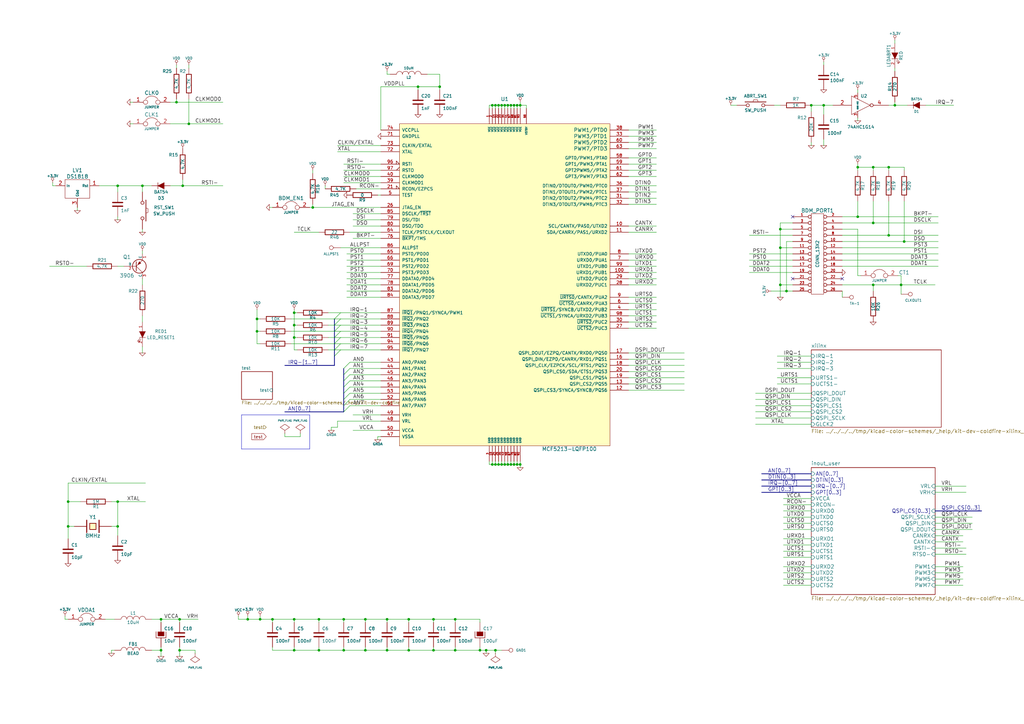
<source format=kicad_sch>
(kicad_sch (version 20230121) (generator eeschema)
  (paper "A3")
  (title_block (title "Dev kit coldfire 5213") (date "Sun 22 Mar 2015") (rev "0"))
  (junction (at 370.84 99.06))
  (junction (at 167.64 266.7))
  (junction (at 208.28 190.5))
  (junction (at 322.58 119.38))
  (junction (at 27.94 205.74))
  (junction (at 209.55 190.5))
  (junction (at 201.93 43.18))
  (junction (at 332.74 43.18))
  (junction (at 120.65 138.43))
  (junction (at 209.55 43.18))
  (junction (at 167.64 254))
  (junction (at 48.26 76.2))
  (junction (at 364.49 68.58))
  (junction (at 27.94 215.9))
  (junction (at 358.14 91.44))
  (junction (at 58.42 76.2))
  (junction (at 212.09 190.5))
  (junction (at 128.27 85.09))
  (junction (at 351.79 88.9))
  (junction (at 369.57 116.84))
  (junction (at 203.2 43.18))
  (junction (at 149.86 254))
  (junction (at 208.28 43.18))
  (junction (at 358.14 68.58))
  (junction (at 212.09 43.18))
  (junction (at 72.39 41.91))
  (junction (at 66.04 254))
  (junction (at 205.74 43.18))
  (junction (at 177.8 266.7))
  (junction (at 48.26 215.9))
  (junction (at 204.47 190.5))
  (junction (at 210.82 43.18))
  (junction (at 367.03 43.18))
  (junction (at 130.81 266.7))
  (junction (at 199.39 266.7))
  (junction (at 207.01 43.18))
  (junction (at 105.41 130.81))
  (junction (at 205.74 190.5))
  (junction (at 48.26 205.74))
  (junction (at 120.65 133.35))
  (junction (at 213.36 43.18))
  (junction (at 213.36 190.5))
  (junction (at 201.93 190.5))
  (junction (at 74.93 76.2))
  (junction (at 320.04 101.6))
  (junction (at 203.2 266.7))
  (junction (at 207.01 190.5))
  (junction (at 203.2 190.5))
  (junction (at 77.47 50.8))
  (junction (at 101.6 254))
  (junction (at 140.97 266.7))
  (junction (at 120.65 128.27))
  (junction (at 140.97 254))
  (junction (at 73.66 266.7))
  (junction (at 186.69 266.7))
  (junction (at 66.04 266.7))
  (junction (at 180.34 35.56))
  (junction (at 351.79 68.58))
  (junction (at 111.76 254))
  (junction (at 171.45 35.56))
  (junction (at 149.86 266.7))
  (junction (at 106.68 254))
  (junction (at 358.14 116.84))
  (junction (at 130.81 254))
  (junction (at 105.41 135.89))
  (junction (at 337.82 43.18))
  (junction (at 320.04 93.98))
  (junction (at 120.65 254))
  (junction (at 186.69 254))
  (junction (at 196.85 266.7))
  (junction (at 73.66 254))
  (junction (at 204.47 43.18))
  (junction (at 210.82 190.5))
  (junction (at 120.65 266.7))
  (junction (at 158.75 254))
  (junction (at 320.04 116.84))
  (junction (at 177.8 254))
  (junction (at 364.49 96.52))
  (junction (at 158.75 266.7))
  (no_connect (at 345.44 114.3))
  (no_connect (at 325.12 88.9))
  (no_connect (at 325.12 114.3))
  (bus_entry (at 140.97 156.21) (size 2.54 -2.54))
  (bus_entry (at 140.97 166.37) (size 2.54 -2.54))
  (bus_entry (at 137.16 140.97) (size 2.54 -2.54))
  (bus_entry (at 140.97 161.29) (size 2.54 -2.54))
  (bus_entry (at 140.97 163.83) (size 2.54 -2.54))
  (bus_entry (at 137.16 130.81) (size 2.54 -2.54))
  (bus_entry (at 140.97 151.13) (size 2.54 -2.54))
  (bus_entry (at 137.16 133.35) (size 2.54 -2.54))
  (bus_entry (at 137.16 143.51) (size 2.54 -2.54))
  (bus_entry (at 137.16 138.43) (size 2.54 -2.54))
  (bus_entry (at 140.97 158.75) (size 2.54 -2.54))
  (bus_entry (at 140.97 168.91) (size 2.54 -2.54))
  (bus_entry (at 140.97 153.67) (size 2.54 -2.54))
  (bus_entry (at 137.16 146.05) (size 2.54 -2.54))
  (bus_entry (at 137.16 135.89) (size 2.54 -2.54))
  (wire (pts (xy 101.6 252.73) (xy 101.6 254)))
  (wire (pts (xy 391.16 43.18) (xy 379.73 43.18)))
  (wire (pts (xy 158.75 266.7) (xy 158.75 265.43)))
  (wire (pts (xy 269.24 78.74) (xy 257.81 78.74)))
  (wire (pts (xy 139.7 138.43) (xy 156.21 138.43)))
  (wire (pts (xy 200.66 190.5) (xy 201.93 190.5)))
  (wire (pts (xy 269.24 81.28) (xy 257.81 81.28)))
  (wire (pts (xy 269.24 132.08) (xy 257.81 132.08)))
  (bus (pts (xy 312.42 194.31) (xy 332.74 194.31)))
  (wire (pts (xy 58.42 78.74) (xy 58.42 76.2)))
  (wire (pts (xy 177.8 254) (xy 177.8 255.27)))
  (wire (pts (xy 156.21 179.07) (xy 154.94 179.07)))
  (wire (pts (xy 156.21 80.01) (xy 154.94 80.01)))
  (wire (pts (xy 158.75 254) (xy 158.75 255.27)))
  (wire (pts (xy 205.74 43.18) (xy 207.01 43.18)))
  (wire (pts (xy 383.54 224.79) (xy 396.24 224.79)))
  (wire (pts (xy 317.5 43.18) (xy 320.04 43.18)))
  (wire (pts (xy 212.09 190.5) (xy 212.09 189.23)))
  (wire (pts (xy 123.19 179.07) (xy 116.84 179.07)))
  (wire (pts (xy 212.09 43.18) (xy 212.09 44.45)))
  (wire (pts (xy 156.21 111.76) (xy 142.24 111.76)))
  (wire (pts (xy 257.81 149.86) (xy 280.67 149.86)))
  (bus (pts (xy 140.97 168.91) (xy 116.84 168.91)))
  (wire (pts (xy 77.47 40.64) (xy 77.47 50.8)))
  (wire (pts (xy 332.74 240.03) (xy 321.31 240.03)))
  (wire (pts (xy 364.49 68.58) (xy 364.49 69.85)))
  (wire (pts (xy 105.41 130.81) (xy 105.41 135.89)))
  (wire (pts (xy 358.14 68.58) (xy 358.14 69.85)))
  (wire (pts (xy 209.55 43.18) (xy 209.55 44.45)))
  (wire (pts (xy 369.57 113.03) (xy 368.3 113.03)))
  (wire (pts (xy 149.86 266.7) (xy 149.86 265.43)))
  (bus (pts (xy 137.16 149.86) (xy 116.84 149.86)))
  (wire (pts (xy 106.68 252.73) (xy 106.68 254)))
  (wire (pts (xy 345.44 88.9) (xy 351.79 88.9)))
  (wire (pts (xy 318.77 146.05) (xy 332.74 146.05)))
  (wire (pts (xy 332.74 59.69) (xy 332.74 58.42)))
  (wire (pts (xy 120.65 133.35) (xy 120.65 138.43)))
  (wire (pts (xy 72.39 26.67) (xy 72.39 27.94)))
  (wire (pts (xy 383.54 217.17) (xy 398.78 217.17)))
  (wire (pts (xy 269.24 72.39) (xy 257.81 72.39)))
  (wire (pts (xy 69.85 41.91) (xy 72.39 41.91)))
  (wire (pts (xy 101.6 254) (xy 106.68 254)))
  (wire (pts (xy 156.21 114.3) (xy 142.24 114.3)))
  (wire (pts (xy 43.18 254) (xy 46.99 254)))
  (wire (pts (xy 156.21 151.13) (xy 143.51 151.13)))
  (wire (pts (xy 58.42 129.54) (xy 58.42 132.08)))
  (wire (pts (xy 77.47 50.8) (xy 91.44 50.8)))
  (wire (pts (xy 128.27 69.85) (xy 128.27 71.12)))
  (bus (pts (xy 312.42 199.39) (xy 332.74 199.39)))
  (wire (pts (xy 156.21 35.56) (xy 171.45 35.56)))
  (bus (pts (xy 137.16 146.05) (xy 137.16 149.86)))
  (wire (pts (xy 322.58 119.38) (xy 325.12 119.38)))
  (wire (pts (xy 213.36 189.23) (xy 213.36 190.5)))
  (wire (pts (xy 134.62 138.43) (xy 137.16 138.43)))
  (wire (pts (xy 48.26 76.2) (xy 58.42 76.2)))
  (polyline (pts (xy 99.06 184.15) (xy 99.06 170.18)))
  (wire (pts (xy 111.76 254) (xy 111.76 255.27)))
  (wire (pts (xy 351.79 36.83) (xy 351.79 38.1)))
  (wire (pts (xy 269.24 114.3) (xy 257.81 114.3)))
  (wire (pts (xy 213.36 190.5) (xy 213.36 191.77)))
  (wire (pts (xy 171.45 36.83) (xy 171.45 35.56)))
  (wire (pts (xy 332.74 43.18) (xy 337.82 43.18)))
  (wire (pts (xy 332.74 43.18) (xy 332.74 45.72)))
  (wire (pts (xy 119.38 130.81) (xy 137.16 130.81)))
  (wire (pts (xy 27.94 215.9) (xy 30.48 215.9)))
  (wire (pts (xy 212.09 190.5) (xy 213.36 190.5)))
  (wire (pts (xy 139.7 143.51) (xy 156.21 143.51)))
  (wire (pts (xy 140.97 67.31) (xy 156.21 67.31)))
  (wire (pts (xy 73.66 254) (xy 73.66 255.27)))
  (wire (pts (xy 46.99 266.7) (xy 45.72 266.7)))
  (wire (pts (xy 111.76 254) (xy 120.65 254)))
  (wire (pts (xy 351.79 68.58) (xy 351.79 69.85)))
  (wire (pts (xy 332.74 228.6) (xy 321.31 228.6)))
  (wire (pts (xy 156.21 158.75) (xy 143.51 158.75)))
  (wire (pts (xy 167.64 266.7) (xy 167.64 265.43)))
  (wire (pts (xy 120.65 128.27) (xy 121.92 128.27)))
  (wire (pts (xy 205.74 190.5) (xy 207.01 190.5)))
  (wire (pts (xy 119.38 135.89) (xy 137.16 135.89)))
  (wire (pts (xy 73.66 266.7) (xy 73.66 269.24)))
  (wire (pts (xy 203.2 266.7) (xy 205.74 266.7)))
  (bus (pts (xy 140.97 161.29) (xy 140.97 163.83)))
  (wire (pts (xy 337.82 59.69) (xy 337.82 57.15)))
  (wire (pts (xy 135.89 175.26) (xy 138.43 175.26)))
  (wire (pts (xy 383.54 227.33) (xy 396.24 227.33)))
  (wire (pts (xy 332.74 223.52) (xy 321.31 223.52)))
  (wire (pts (xy 394.97 222.25) (xy 383.54 222.25)))
  (wire (pts (xy 138.43 175.26) (xy 138.43 172.72)))
  (wire (pts (xy 69.85 76.2) (xy 74.93 76.2)))
  (wire (pts (xy 203.2 190.5) (xy 204.47 190.5)))
  (bus (pts (xy 140.97 166.37) (xy 140.97 168.91)))
  (wire (pts (xy 299.72 43.18) (xy 302.26 43.18)))
  (wire (pts (xy 72.39 40.64) (xy 72.39 41.91)))
  (wire (pts (xy 318.77 148.59) (xy 332.74 148.59)))
  (wire (pts (xy 257.81 154.94) (xy 280.67 154.94)))
  (wire (pts (xy 332.74 226.06) (xy 321.31 226.06)))
  (wire (pts (xy 384.81 109.22) (xy 345.44 109.22)))
  (wire (pts (xy 337.82 25.4) (xy 337.82 26.67)))
  (wire (pts (xy 384.81 101.6) (xy 345.44 101.6)))
  (wire (pts (xy 137.16 143.51) (xy 139.7 143.51)))
  (wire (pts (xy 325.12 99.06) (xy 322.58 99.06)))
  (wire (pts (xy 27.94 205.74) (xy 33.02 205.74)))
  (wire (pts (xy 309.88 173.99) (xy 332.74 173.99)))
  (wire (pts (xy 105.41 135.89) (xy 106.68 135.89)))
  (wire (pts (xy 394.97 234.95) (xy 383.54 234.95)))
  (wire (pts (xy 321.31 204.47) (xy 332.74 204.47)))
  (wire (pts (xy 325.12 106.68) (xy 307.34 106.68)))
  (wire (pts (xy 209.55 43.18) (xy 210.82 43.18)))
  (wire (pts (xy 156.21 163.83) (xy 143.51 163.83)))
  (wire (pts (xy 332.74 234.95) (xy 321.31 234.95)))
  (wire (pts (xy 27.94 215.9) (xy 27.94 220.98)))
  (wire (pts (xy 205.74 190.5) (xy 205.74 189.23)))
  (wire (pts (xy 204.47 43.18) (xy 204.47 44.45)))
  (wire (pts (xy 332.74 163.83) (xy 309.88 163.83)))
  (wire (pts (xy 269.24 106.68) (xy 257.81 106.68)))
  (wire (pts (xy 394.97 219.71) (xy 383.54 219.71)))
  (wire (pts (xy 351.79 68.58) (xy 358.14 68.58)))
  (wire (pts (xy 130.81 95.25) (xy 120.65 95.25)))
  (bus (pts (xy 137.16 140.97) (xy 137.16 143.51)))
  (wire (pts (xy 160.02 30.48) (xy 158.75 30.48)))
  (wire (pts (xy 120.65 254) (xy 130.81 254)))
  (wire (pts (xy 201.93 43.18) (xy 203.2 43.18)))
  (wire (pts (xy 177.8 266.7) (xy 186.69 266.7)))
  (wire (pts (xy 201.93 190.5) (xy 201.93 189.23)))
  (wire (pts (xy 66.04 255.27) (xy 66.04 254)))
  (wire (pts (xy 66.04 265.43) (xy 66.04 266.7)))
  (wire (pts (xy 364.49 68.58) (xy 370.84 68.58)))
  (wire (pts (xy 80.01 267.97) (xy 80.01 266.7)))
  (wire (pts (xy 128.27 85.09) (xy 156.21 85.09)))
  (wire (pts (xy 140.97 69.85) (xy 156.21 69.85)))
  (wire (pts (xy 156.21 148.59) (xy 143.51 148.59)))
  (wire (pts (xy 156.21 161.29) (xy 143.51 161.29)))
  (wire (pts (xy 134.62 128.27) (xy 139.7 128.27)))
  (wire (pts (xy 158.75 266.7) (xy 167.64 266.7)))
  (wire (pts (xy 177.8 254) (xy 186.69 254)))
  (bus (pts (xy 140.97 153.67) (xy 140.97 156.21)))
  (wire (pts (xy 321.31 207.01) (xy 332.74 207.01)))
  (wire (pts (xy 149.86 266.7) (xy 158.75 266.7)))
  (wire (pts (xy 322.58 99.06) (xy 322.58 119.38)))
  (wire (pts (xy 111.76 266.7) (xy 120.65 266.7)))
  (wire (pts (xy 62.23 254) (xy 66.04 254)))
  (wire (pts (xy 351.79 88.9) (xy 384.81 88.9)))
  (wire (pts (xy 156.21 77.47) (xy 146.05 77.47)))
  (wire (pts (xy 156.21 101.6) (xy 139.7 101.6)))
  (bus (pts (xy 140.97 151.13) (xy 140.97 153.67)))
  (wire (pts (xy 210.82 190.5) (xy 212.09 190.5)))
  (wire (pts (xy 180.34 30.48) (xy 180.34 35.56)))
  (wire (pts (xy 58.42 114.3) (xy 58.42 116.84)))
  (wire (pts (xy 74.93 76.2) (xy 91.44 76.2)))
  (polyline (pts (xy 127 170.18) (xy 127 184.15)))
  (wire (pts (xy 369.57 116.84) (xy 383.54 116.84)))
  (wire (pts (xy 367.03 41.91) (xy 367.03 43.18)))
  (wire (pts (xy 130.81 254) (xy 140.97 254)))
  (wire (pts (xy 383.54 212.09) (xy 398.78 212.09)))
  (wire (pts (xy 140.97 254) (xy 140.97 255.27)))
  (wire (pts (xy 134.62 143.51) (xy 137.16 143.51)))
  (wire (pts (xy 209.55 190.5) (xy 209.55 189.23)))
  (wire (pts (xy 332.74 171.45) (xy 309.88 171.45)))
  (wire (pts (xy 257.81 157.48) (xy 280.67 157.48)))
  (wire (pts (xy 138.43 62.23) (xy 156.21 62.23)))
  (wire (pts (xy 128.27 83.82) (xy 128.27 85.09)))
  (wire (pts (xy 156.21 121.92) (xy 142.24 121.92)))
  (wire (pts (xy 332.74 214.63) (xy 321.31 214.63)))
  (wire (pts (xy 394.97 232.41) (xy 383.54 232.41)))
  (wire (pts (xy 332.74 217.17) (xy 321.31 217.17)))
  (wire (pts (xy 72.39 41.91) (xy 91.44 41.91)))
  (wire (pts (xy 140.97 74.93) (xy 156.21 74.93)))
  (wire (pts (xy 110.49 85.09) (xy 111.76 85.09)))
  (wire (pts (xy 175.26 30.48) (xy 180.34 30.48)))
  (wire (pts (xy 205.74 43.18) (xy 205.74 44.45)))
  (wire (pts (xy 351.79 67.31) (xy 351.79 68.58)))
  (wire (pts (xy 384.81 104.14) (xy 345.44 104.14)))
  (wire (pts (xy 332.74 237.49) (xy 321.31 237.49)))
  (wire (pts (xy 207.01 190.5) (xy 208.28 190.5)))
  (wire (pts (xy 140.97 72.39) (xy 156.21 72.39)))
  (wire (pts (xy 21.59 76.2) (xy 22.86 76.2)))
  (wire (pts (xy 358.14 116.84) (xy 358.14 119.38)))
  (wire (pts (xy 320.04 116.84) (xy 320.04 121.92)))
  (wire (pts (xy 62.23 266.7) (xy 66.04 266.7)))
  (wire (pts (xy 156.21 104.14) (xy 142.24 104.14)))
  (wire (pts (xy 97.79 254) (xy 101.6 254)))
  (wire (pts (xy 369.57 116.84) (xy 369.57 120.65)))
  (wire (pts (xy 337.82 46.99) (xy 337.82 43.18)))
  (wire (pts (xy 31.75 85.09) (xy 31.75 86.36)))
  (wire (pts (xy 208.28 190.5) (xy 209.55 190.5)))
  (wire (pts (xy 203.2 43.18) (xy 203.2 44.45)))
  (wire (pts (xy 257.81 144.78) (xy 280.67 144.78)))
  (wire (pts (xy 364.49 43.18) (xy 367.03 43.18)))
  (wire (pts (xy 345.44 99.06) (xy 370.84 99.06)))
  (wire (pts (xy 45.72 266.7) (xy 45.72 267.97)))
  (wire (pts (xy 213.36 43.18) (xy 213.36 44.45)))
  (wire (pts (xy 134.62 133.35) (xy 137.16 133.35)))
  (wire (pts (xy 105.41 127) (xy 105.41 130.81)))
  (wire (pts (xy 45.72 215.9) (xy 48.26 215.9)))
  (wire (pts (xy 59.69 198.12) (xy 27.94 198.12)))
  (wire (pts (xy 383.54 214.63) (xy 398.78 214.63)))
  (wire (pts (xy 139.7 135.89) (xy 156.21 135.89)))
  (wire (pts (xy 199.39 266.7) (xy 203.2 266.7)))
  (wire (pts (xy 26.67 254) (xy 26.67 252.73)))
  (wire (pts (xy 269.24 58.42) (xy 257.81 58.42)))
  (wire (pts (xy 364.49 96.52) (xy 384.81 96.52)))
  (wire (pts (xy 137.16 130.81) (xy 139.7 130.81)))
  (wire (pts (xy 269.24 121.92) (xy 257.81 121.92)))
  (wire (pts (xy 156.21 35.56) (xy 156.21 53.34)))
  (wire (pts (xy 149.86 254) (xy 158.75 254)))
  (wire (pts (xy 367.03 29.21) (xy 367.03 27.94)))
  (bus (pts (xy 140.97 158.75) (xy 140.97 161.29)))
  (wire (pts (xy 394.97 240.03) (xy 383.54 240.03)))
  (bus (pts (xy 140.97 156.21) (xy 140.97 158.75)))
  (wire (pts (xy 370.84 99.06) (xy 384.81 99.06)))
  (wire (pts (xy 48.26 90.17) (xy 48.26 88.9)))
  (wire (pts (xy 137.16 138.43) (xy 139.7 138.43)))
  (wire (pts (xy 73.66 265.43) (xy 73.66 266.7)))
  (wire (pts (xy 332.74 161.29) (xy 309.88 161.29)))
  (bus (pts (xy 137.16 130.81) (xy 137.16 133.35)))
  (bus (pts (xy 402.59 209.55) (xy 383.54 209.55)))
  (wire (pts (xy 269.24 53.34) (xy 257.81 53.34)))
  (wire (pts (xy 325.12 111.76) (xy 307.34 111.76)))
  (wire (pts (xy 367.03 16.51) (xy 367.03 17.78)))
  (wire (pts (xy 66.04 266.7) (xy 66.04 269.24)))
  (wire (pts (xy 144.78 87.63) (xy 156.21 87.63)))
  (wire (pts (xy 177.8 266.7) (xy 177.8 265.43)))
  (wire (pts (xy 144.78 92.71) (xy 156.21 92.71)))
  (wire (pts (xy 396.24 199.39) (xy 383.54 199.39)))
  (wire (pts (xy 269.24 109.22) (xy 257.81 109.22)))
  (wire (pts (xy 358.14 82.55) (xy 358.14 91.44)))
  (wire (pts (xy 156.21 109.22) (xy 142.24 109.22)))
  (wire (pts (xy 318.77 151.13) (xy 332.74 151.13)))
  (wire (pts (xy 133.35 77.47) (xy 133.35 76.2)))
  (wire (pts (xy 269.24 95.25) (xy 257.81 95.25)))
  (wire (pts (xy 269.24 116.84) (xy 257.81 116.84)))
  (wire (pts (xy 66.04 254) (xy 73.66 254)))
  (wire (pts (xy 207.01 190.5) (xy 207.01 189.23)))
  (wire (pts (xy 210.82 190.5) (xy 210.82 189.23)))
  (wire (pts (xy 156.21 176.53) (xy 144.78 176.53)))
  (wire (pts (xy 156.21 153.67) (xy 143.51 153.67)))
  (wire (pts (xy 351.79 82.55) (xy 351.79 88.9)))
  (bus (pts (xy 312.42 196.85) (xy 332.74 196.85)))
  (wire (pts (xy 167.64 254) (xy 167.64 255.27)))
  (wire (pts (xy 201.93 44.45) (xy 201.93 43.18)))
  (wire (pts (xy 369.57 113.03) (xy 369.57 116.84)))
  (wire (pts (xy 120.65 138.43) (xy 121.92 138.43)))
  (wire (pts (xy 156.21 156.21) (xy 143.51 156.21)))
  (wire (pts (xy 351.79 49.53) (xy 351.79 48.26)))
  (wire (pts (xy 320.04 93.98) (xy 320.04 101.6)))
  (wire (pts (xy 215.9 43.18) (xy 215.9 44.45)))
  (wire (pts (xy 130.81 266.7) (xy 140.97 266.7)))
  (wire (pts (xy 120.65 138.43) (xy 120.65 143.51)))
  (wire (pts (xy 130.81 254) (xy 130.81 255.27)))
  (wire (pts (xy 120.65 128.27) (xy 120.65 133.35)))
  (wire (pts (xy 332.74 168.91) (xy 309.88 168.91)))
  (wire (pts (xy 351.79 93.98) (xy 351.79 113.03)))
  (wire (pts (xy 186.69 254) (xy 196.85 254)))
  (wire (pts (xy 139.7 133.35) (xy 156.21 133.35)))
  (wire (pts (xy 196.85 266.7) (xy 196.85 265.43)))
  (wire (pts (xy 156.21 119.38) (xy 142.24 119.38)))
  (wire (pts (xy 201.93 190.5) (xy 203.2 190.5)))
  (wire (pts (xy 140.97 254) (xy 149.86 254)))
  (wire (pts (xy 45.72 205.74) (xy 48.26 205.74)))
  (wire (pts (xy 58.42 95.25) (xy 58.42 93.98)))
  (wire (pts (xy 58.42 76.2) (xy 62.23 76.2)))
  (wire (pts (xy 48.26 205.74) (xy 59.69 205.74)))
  (wire (pts (xy 370.84 68.58) (xy 370.84 69.85)))
  (wire (pts (xy 54.61 50.8) (xy 53.34 50.8)))
  (wire (pts (xy 269.24 111.76) (xy 257.81 111.76)))
  (wire (pts (xy 69.85 50.8) (xy 77.47 50.8)))
  (wire (pts (xy 269.24 76.2) (xy 257.81 76.2)))
  (wire (pts (xy 269.24 127) (xy 257.81 127)))
  (wire (pts (xy 318.77 154.94) (xy 332.74 154.94)))
  (wire (pts (xy 80.01 266.7) (xy 73.66 266.7)))
  (wire (pts (xy 332.74 220.98) (xy 321.31 220.98)))
  (wire (pts (xy 116.84 179.07) (xy 116.84 177.8)))
  (wire (pts (xy 209.55 190.5) (xy 210.82 190.5)))
  (wire (pts (xy 269.24 67.31) (xy 257.81 67.31)))
  (wire (pts (xy 144.78 97.79) (xy 156.21 97.79)))
  (wire (pts (xy 325.12 109.22) (xy 307.34 109.22)))
  (wire (pts (xy 370.84 82.55) (xy 370.84 99.06)))
  (wire (pts (xy 203.2 190.5) (xy 203.2 189.23)))
  (wire (pts (xy 358.14 91.44) (xy 384.81 91.44)))
  (wire (pts (xy 332.74 166.37) (xy 309.88 166.37)))
  (polyline (pts (xy 127 184.15) (xy 99.06 184.15)))
  (wire (pts (xy 27.94 198.12) (xy 27.94 205.74)))
  (wire (pts (xy 210.82 43.18) (xy 212.09 43.18)))
  (wire (pts (xy 384.81 106.68) (xy 345.44 106.68)))
  (wire (pts (xy 120.65 127) (xy 120.65 128.27)))
  (wire (pts (xy 212.09 43.18) (xy 213.36 43.18)))
  (wire (pts (xy 213.36 41.91) (xy 213.36 43.18)))
  (bus (pts (xy 137.16 143.51) (xy 137.16 146.05)))
  (wire (pts (xy 97.79 254) (xy 97.79 252.73)))
  (wire (pts (xy 269.24 60.96) (xy 257.81 60.96)))
  (wire (pts (xy 353.06 113.03) (xy 351.79 113.03)))
  (wire (pts (xy 269.24 104.14) (xy 257.81 104.14)))
  (wire (pts (xy 35.56 109.22) (xy 20.32 109.22)))
  (wire (pts (xy 137.16 133.35) (xy 139.7 133.35)))
  (wire (pts (xy 208.28 43.18) (xy 208.28 44.45)))
  (wire (pts (xy 105.41 135.89) (xy 105.41 140.97)))
  (polyline (pts (xy 99.06 170.18) (xy 127 170.18)))
  (wire (pts (xy 135.89 176.53) (xy 135.89 175.26)))
  (wire (pts (xy 269.24 134.62) (xy 257.81 134.62)))
  (wire (pts (xy 199.39 266.7) (xy 199.39 267.97)))
  (wire (pts (xy 139.7 128.27) (xy 156.21 128.27)))
  (wire (pts (xy 196.85 254) (xy 196.85 255.27)))
  (wire (pts (xy 21.59 74.93) (xy 21.59 76.2)))
  (wire (pts (xy 158.75 254) (xy 167.64 254)))
  (wire (pts (xy 27.94 254) (xy 26.67 254)))
  (wire (pts (xy 320.04 91.44) (xy 325.12 91.44)))
  (wire (pts (xy 332.74 209.55) (xy 321.31 209.55)))
  (wire (pts (xy 27.94 205.74) (xy 27.94 215.9)))
  (wire (pts (xy 140.97 266.7) (xy 149.86 266.7)))
  (wire (pts (xy 144.78 90.17) (xy 156.21 90.17)))
  (wire (pts (xy 137.16 135.89) (xy 139.7 135.89)))
  (wire (pts (xy 127 85.09) (xy 128.27 85.09)))
  (wire (pts (xy 77.47 27.94) (xy 77.47 26.67)))
  (wire (pts (xy 106.68 254) (xy 111.76 254)))
  (wire (pts (xy 203.2 267.97) (xy 203.2 266.7)))
  (wire (pts (xy 167.64 266.7) (xy 177.8 266.7)))
  (wire (pts (xy 120.65 143.51) (xy 121.92 143.51)))
  (wire (pts (xy 186.69 266.7) (xy 186.69 265.43)))
  (wire (pts (xy 154.94 179.07) (xy 154.94 180.34)))
  (wire (pts (xy 156.21 95.25) (xy 143.51 95.25)))
  (wire (pts (xy 396.24 201.93) (xy 383.54 201.93)))
  (wire (pts (xy 318.77 157.48) (xy 332.74 157.48)))
  (wire (pts (xy 54.61 41.91) (xy 53.34 41.91)))
  (wire (pts (xy 269.24 83.82) (xy 257.81 83.82)))
  (wire (pts (xy 180.34 35.56) (xy 180.34 36.83)))
  (wire (pts (xy 320.04 101.6) (xy 320.04 116.84)))
  (wire (pts (xy 345.44 93.98) (xy 351.79 93.98)))
  (wire (pts (xy 337.82 43.18) (xy 341.63 43.18)))
  (bus (pts (xy 137.16 138.43) (xy 137.16 140.97)))
  (wire (pts (xy 105.41 130.81) (xy 106.68 130.81)))
  (wire (pts (xy 105.41 140.97) (xy 106.68 140.97)))
  (wire (pts (xy 307.34 96.52) (xy 325.12 96.52)))
  (wire (pts (xy 138.43 59.69) (xy 156.21 59.69)))
  (wire (pts (xy 358.14 116.84) (xy 369.57 116.84)))
  (wire (pts (xy 269.24 55.88) (xy 257.81 55.88)))
  (wire (pts (xy 204.47 190.5) (xy 204.47 189.23)))
  (wire (pts (xy 269.24 124.46) (xy 257.81 124.46)))
  (wire (pts (xy 257.81 152.4) (xy 280.67 152.4)))
  (wire (pts (xy 58.42 102.87) (xy 58.42 104.14)))
  (wire (pts (xy 345.44 96.52) (xy 364.49 96.52)))
  (wire (pts (xy 156.21 116.84) (xy 142.24 116.84)))
  (wire (pts (xy 207.01 43.18) (xy 208.28 43.18)))
  (wire (pts (xy 137.16 140.97) (xy 139.7 140.97)))
  (wire (pts (xy 144.78 170.18) (xy 156.21 170.18)))
  (wire (pts (xy 200.66 43.18) (xy 201.93 43.18)))
  (wire (pts (xy 320.04 116.84) (xy 325.12 116.84)))
  (wire (pts (xy 156.21 166.37) (xy 143.51 166.37)))
  (wire (pts (xy 73.66 254) (xy 81.28 254)))
  (wire (pts (xy 213.36 43.18) (xy 215.9 43.18)))
  (wire (pts (xy 320.04 101.6) (xy 325.12 101.6)))
  (wire (pts (xy 156.21 106.68) (xy 142.24 106.68)))
  (wire (pts (xy 120.65 266.7) (xy 130.81 266.7)))
  (wire (pts (xy 332.74 212.09) (xy 321.31 212.09)))
  (wire (pts (xy 332.74 232.41) (xy 321.31 232.41)))
  (wire (pts (xy 257.81 160.02) (xy 280.67 160.02)))
  (wire (pts (xy 149.86 254) (xy 149.86 255.27)))
  (wire (pts (xy 48.26 205.74) (xy 48.26 215.9)))
  (wire (pts (xy 320.04 91.44) (xy 320.04 93.98)))
  (wire (pts (xy 269.24 64.77) (xy 257.81 64.77)))
  (bus (pts (xy 137.16 133.35) (xy 137.16 135.89)))
  (wire (pts (xy 200.66 190.5) (xy 200.66 189.23)))
  (wire (pts (xy 364.49 82.55) (xy 364.49 96.52)))
  (wire (pts (xy 48.26 109.22) (xy 50.8 109.22)))
  (wire (pts (xy 119.38 140.97) (xy 137.16 140.97)))
  (wire (pts (xy 120.65 265.43) (xy 120.65 266.7)))
  (wire (pts (xy 208.28 43.18) (xy 209.55 43.18)))
  (wire (pts (xy 123.19 177.8) (xy 123.19 179.07)))
  (wire (pts (xy 196.85 266.7) (xy 199.39 266.7)))
  (wire (pts (xy 358.14 68.58) (xy 364.49 68.58)))
  (wire (pts (xy 48.26 215.9) (xy 48.26 219.71)))
  (wire (pts (xy 138.43 172.72) (xy 156.21 172.72)))
  (wire (pts (xy 120.65 254) (xy 120.65 255.27)))
  (wire (pts (xy 48.26 76.2) (xy 48.26 78.74)))
  (wire (pts (xy 40.64 76.2) (xy 48.26 76.2)))
  (wire (pts (xy 345.44 91.44) (xy 358.14 91.44)))
  (wire (pts (xy 325.12 93.98) (xy 320.04 93.98)))
  (wire (pts (xy 120.65 133.35) (xy 121.92 133.35)))
  (wire (pts (xy 167.64 254) (xy 177.8 254)))
  (wire (pts (xy 345.44 119.38) (xy 345.44 121.92)))
  (wire (pts (xy 204.47 190.5) (xy 205.74 190.5)))
  (wire (pts (xy 345.44 116.84) (xy 358.14 116.84)))
  (wire (pts (xy 269.24 92.71) (xy 257.81 92.71)))
  (wire (pts (xy 140.97 266.7) (xy 140.97 265.43)))
  (wire (pts (xy 394.97 237.49) (xy 383.54 237.49)))
  (wire (pts (xy 204.47 43.18) (xy 205.74 43.18)))
  (wire (pts (xy 58.42 142.24) (xy 58.42 144.78)))
  (wire (pts (xy 367.03 43.18) (xy 372.11 43.18)))
  (wire (pts (xy 139.7 140.97) (xy 156.21 140.97)))
  (wire (pts (xy 186.69 255.27) (xy 186.69 254)))
  (wire (pts (xy 111.76 265.43) (xy 111.76 266.7)))
  (wire (pts (xy 316.23 119.38) (xy 322.58 119.38)))
  (bus (pts (xy 140.97 163.83) (xy 140.97 166.37)))
  (wire (pts (xy 269.24 129.54) (xy 257.81 129.54)))
  (wire (pts (xy 171.45 35.56) (xy 180.34 35.56)))
  (wire (pts (xy 203.2 43.18) (xy 204.47 43.18)))
  (wire (pts (xy 269.24 69.85) (xy 257.81 69.85)))
  (bus (pts (xy 312.42 201.93) (xy 332.74 201.93)))
  (bus (pts (xy 137.16 135.89) (xy 137.16 138.43)))
  (wire (pts (xy 139.7 130.81) (xy 156.21 130.81)))
  (wire (pts (xy 325.12 104.14) (xy 307.34 104.14)))
  (wire (pts (xy 158.75 30.48) (xy 158.75 29.21)))
  (wire (pts (xy 186.69 266.7) (xy 196.85 266.7)))
  (wire (pts (xy 200.66 44.45) (xy 200.66 43.18)))
  (wire (pts (xy 208.28 190.5) (xy 208.28 189.23)))
  (wire (pts (xy 210.82 43.18) (xy 210.82 44.45)))
  (wire (pts (xy 130.81 266.7) (xy 130.81 265.43)))
  (wire (pts (xy 207.01 43.18) (xy 207.01 44.45)))
  (wire (pts (xy 74.93 73.66) (xy 74.93 76.2)))
  (wire (pts (xy 257.81 147.32) (xy 280.67 147.32)))
  (label "UTXD2" (at 322.58 234.95 0) (effects (font (size 1.524 1.524))))
  (label "QSPI_DIN" (at 313.69 163.83 0) (effects (font (size 1.524 1.524))))
  (label "URXD1" (at 260.35 111.76 0) (effects (font (size 1.524 1.524))))
  (label "PST2" (at 308.61 104.14 0) (effects (font (size 1.524 1.524))))
  (label "UTXD1" (at 322.58 223.52 0) (effects (font (size 1.524 1.524))))
  (label "QSPI_CLK" (at 386.08 212.09 0) (effects (font (size 1.524 1.524))))
  (label "RSTO-" (at 142.24 69.85 0) (effects (font (size 1.524 1.524))))
  (label "RSTO-" (at 30.48 109.22 180) (effects (font (size 1.524 1.524))))
  (label "VRL" (at 386.08 199.39 0) (effects (font (size 1.524 1.524))))
  (label "CLKIN/EXTAL" (at 138.43 59.69 0) (effects (font (size 1.524 1.524))))
  (label "PWM5" (at 387.35 237.49 0) (effects (font (size 1.524 1.524))))
  (label "VRL" (at 148.59 172.72 0) (effects (font (size 1.524 1.524))))
  (label "RSTO-" (at 387.35 227.33 0) (effects (font (size 1.524 1.524))))
  (label "GPT3" (at 261.62 72.39 0) (effects (font (size 1.524 1.524))))
  (label "TCLK" (at 121.92 95.25 0) (effects (font (size 1.524 1.524))))
  (label "BKPT-" (at 146.05 97.79 0) (effects (font (size 1.524 1.524))))
  (label "VCCA" (at 67.31 254 0) (effects (font (size 1.524 1.524))))
  (label "URXD0" (at 260.35 106.68 0) (effects (font (size 1.524 1.524))))
  (label "DTIN0" (at 260.35 76.2 0) (effects (font (size 1.524 1.524))))
  (label "DSPI_DOUT" (at 260.35 144.78 0) (effects (font (size 1.524 1.524))))
  (label "AN0" (at 144.78 148.59 0) (effects (font (size 1.524 1.524))))
  (label "IRQ-1" (at 321.31 146.05 0) (effects (font (size 1.524 1.524))))
  (label "DDAT2" (at 143.51 119.38 0) (effects (font (size 1.524 1.524))))
  (label "URTS2" (at 322.58 237.49 0) (effects (font (size 1.524 1.524))))
  (label "ALLPST" (at 143.51 101.6 0) (effects (font (size 1.524 1.524))))
  (label "URXD1" (at 322.58 220.98 0) (effects (font (size 1.524 1.524))))
  (label "IRQ-3" (at 321.31 151.13 0) (effects (font (size 1.524 1.524))))
  (label "RSTI-" (at 308.61 96.52 0) (effects (font (size 1.524 1.524))))
  (label "URXD2" (at 260.35 116.84 0) (effects (font (size 1.524 1.524))))
  (label "AN7" (at 144.78 166.37 0) (effects (font (size 1.524 1.524))))
  (label "DSPI_DOUT" (at 313.69 161.29 0) (effects (font (size 1.524 1.524))))
  (label "UTXD0" (at 322.58 212.09 0) (effects (font (size 1.524 1.524))))
  (label "UTXD1" (at 260.35 109.22 0) (effects (font (size 1.524 1.524))))
  (label "DDAT3" (at 143.51 121.92 0) (effects (font (size 1.524 1.524))))
  (label "VCCA" (at 147.32 176.53 0) (effects (font (size 1.524 1.524))))
  (label "CANTX" (at 260.35 92.71 0) (effects (font (size 1.524 1.524))))
  (label "URTS0" (at 322.58 217.17 0) (effects (font (size 1.524 1.524))))
  (label "VDDPLL" (at 157.48 35.56 0) (effects (font (size 1.524 1.524))))
  (label "IRQ-7" (at 391.16 43.18 180) (effects (font (size 1.524 1.524))))
  (label "URTS0" (at 260.35 121.92 0) (effects (font (size 1.524 1.524))))
  (label "GPT1" (at 261.62 67.31 0) (effects (font (size 1.524 1.524))))
  (label "CLKIN/EXTAL" (at 29.21 198.12 0) (effects (font (size 1.524 1.524))))
  (label "DTIN3" (at 260.35 83.82 0) (effects (font (size 1.524 1.524))))
  (label "PST0" (at 143.51 104.14 0) (effects (font (size 1.524 1.524))))
  (label "PWM7" (at 387.35 240.03 0) (effects (font (size 1.524 1.524))))
  (label "CANTX" (at 386.08 222.25 0) (effects (font (size 1.524 1.524))))
  (label "PWM3" (at 261.62 55.88 0) (effects (font (size 1.524 1.524))))
  (label "UCTS2" (at 322.58 240.03 0) (effects (font (size 1.524 1.524))))
  (label "BKPT-" (at 374.65 88.9 0) (effects (font (size 1.524 1.524))))
  (label "AN1" (at 144.78 151.13 0) (effects (font (size 1.524 1.524))))
  (label "PST0" (at 308.61 106.68 0) (effects (font (size 1.524 1.524))))
  (label "DTIN1" (at 260.35 78.74 0) (effects (font (size 1.524 1.524))))
  (label "URTS1" (at 322.58 228.6 0) (effects (font (size 1.524 1.524))))
  (label "GPT[0..3]" (at 314.96 201.93 0) (effects (font (size 1.524 1.524))))
  (label "DSI" (at 374.65 96.52 0) (effects (font (size 1.524 1.524))))
  (label "PWM1" (at 261.62 53.34 0) (effects (font (size 1.524 1.524))))
  (label "IRQ-2" (at 321.31 148.59 0) (effects (font (size 1.524 1.524))))
  (label "URTS2" (at 260.35 132.08 0) (effects (font (size 1.524 1.524))))
  (label "DDAT3" (at 373.38 106.68 0) (effects (font (size 1.524 1.524))))
  (label "GPT2" (at 261.62 69.85 0) (effects (font (size 1.524 1.524))))
  (label "PST3" (at 374.65 101.6 0) (effects (font (size 1.524 1.524))))
  (label "PST2" (at 143.51 109.22 0) (effects (font (size 1.524 1.524))))
  (label "DDAT1" (at 143.51 116.84 0) (effects (font (size 1.524 1.524))))
  (label "IRQ-4" (at 143.51 135.89 0) (effects (font (size 1.524 1.524))))
  (label "AN[0..7]" (at 314.96 194.31 0) (effects (font (size 1.524 1.524))))
  (label "UCTS1" (at 322.58 226.06 0) (effects (font (size 1.524 1.524))))
  (label "UCTS1" (at 320.04 157.48 0) (effects (font (size 1.524 1.524))))
  (label "PWM7" (at 261.62 60.96 0) (effects (font (size 1.524 1.524))))
  (label "IRQ-5" (at 143.51 138.43 0) (effects (font (size 1.524 1.524))))
  (label "PST3" (at 143.51 111.76 0) (effects (font (size 1.524 1.524))))
  (label "VRH" (at 148.59 170.18 0) (effects (font (size 1.524 1.524))))
  (label "URTS1" (at 260.35 127 0) (effects (font (size 1.524 1.524))))
  (label "PST1" (at 143.51 106.68 0) (effects (font (size 1.524 1.524))))
  (label "DDAT0" (at 308.61 111.76 0) (effects (font (size 1.524 1.524))))
  (label "AN5" (at 144.78 161.29 0) (effects (font (size 1.524 1.524))))
  (label "DTIN2" (at 260.35 81.28 0) (effects (font (size 1.524 1.524))))
  (label "DDAT2" (at 308.61 109.22 0) (effects (font (size 1.524 1.524))))
  (label "DSCLK" (at 146.05 87.63 0) (effects (font (size 1.524 1.524))))
  (label "URXD2" (at 322.58 232.41 0) (effects (font (size 1.524 1.524))))
  (label "IRQ-[1..7]" (at 118.11 149.86 0) (effects (font (size 1.524 1.524))))
  (label "AN4" (at 144.78 158.75 0) (effects (font (size 1.524 1.524))))
  (label "QSPI_CS3" (at 260.35 160.02 0) (effects (font (size 1.524 1.524))))
  (label "XTAL" (at 138.43 62.23 0) (effects (font (size 1.524 1.524))))
  (label "IRQ-6" (at 143.51 140.97 0) (effects (font (size 1.524 1.524))))
  (label "CLKMOD0" (at 140.97 72.39 0) (effects (font (size 1.524 1.524))))
  (label "QSPI_CS2" (at 313.69 168.91 0) (effects (font (size 1.524 1.524))))
  (label "VRH" (at 386.08 201.93 0) (effects (font (size 1.524 1.524))))
  (label "XTAL" (at 316.23 173.99 0) (effects (font (size 1.524 1.524))))
  (label "QSPI_CLK" (at 260.35 149.86 0) (effects (font (size 1.524 1.524))))
  (label "DSPI_DOUT" (at 386.08 217.17 0) (effects (font (size 1.524 1.524))))
  (label "RSTI-" (at 82.55 76.2 0) (effects (font (size 1.524 1.524))))
  (label "CLKMOD0" (at 80.01 41.91 0) (effects (font (size 1.524 1.524))))
  (label "AN[0..7]" (at 118.11 168.91 0) (effects (font (size 1.524 1.524))))
  (label "DSI" (at 146.05 90.17 0) (effects (font (size 1.524 1.524))))
  (label "QSPI_CS2" (at 260.35 157.48 0) (effects (font (size 1.524 1.524))))
  (label "VCCA" (at 322.58 204.47 0) (effects (font (size 1.524 1.524))))
  (label "DSCLK" (at 374.65 91.44 0) (effects (font (size 1.524 1.524))))
  (label "CANRX" (at 260.35 95.25 0) (effects (font (size 1.524 1.524))))
  (label "DDAT0" (at 143.51 114.3 0) (effects (font (size 1.524 1.524))))
  (label "QSPI_CS[0..3]" (at 386.08 209.55 0) (effects (font (size 1.524 1.524))))
  (label "PWM3" (at 387.35 234.95 0) (effects (font (size 1.524 1.524))))
  (label "QSPI_DIN" (at 260.35 147.32 0) (effects (font (size 1.524 1.524))))
  (label "JTAG_EN" (at 135.89 85.09 0) (effects (font (size 1.524 1.524))))
  (label "CLKMOD1" (at 140.97 74.93 0) (effects (font (size 1.524 1.524))))
  (label "CANRX" (at 386.08 219.71 0) (effects (font (size 1.524 1.524))))
  (label "RSTI-" (at 387.35 224.79 0) (effects (font (size 1.524 1.524))))
  (label "RCON-" (at 322.58 207.01 0) (effects (font (size 1.524 1.524))))
  (label "GPT0" (at 261.62 64.77 0) (effects (font (size 1.524 1.524))))
  (label "UTXD0" (at 260.35 104.14 0) (effects (font (size 1.524 1.524))))
  (label "CLKMOD1" (at 80.01 50.8 0) (effects (font (size 1.524 1.524))))
  (label "PST1" (at 374.65 104.14 0) (effects (font (size 1.524 1.524))))
  (label "IRQ-2" (at 143.51 130.81 0) (effects (font (size 1.524 1.524))))
  (label "DSO" (at 374.65 99.06 0) (effects (font (size 1.524 1.524))))
  (label "QSPI_CS1" (at 260.35 154.94 0) (effects (font (size 1.524 1.524))))
  (label "DTIN[0..3]" (at 314.96 196.85 0) (effects (font (size 1.524 1.524))))
  (label "QSPI_CS0" (at 260.35 152.4 0) (effects (font (size 1.524 1.524))))
  (label "IRQ-[0..7]" (at 314.96 199.39 0) (effects (font (size 1.524 1.524))))
  (label "AN6" (at 144.78 163.83 0) (effects (font (size 1.524 1.524))))
  (label "DSO" (at 146.05 92.71 0) (effects (font (size 1.524 1.524))))
  (label "AN2" (at 144.78 153.67 0) (effects (font (size 1.524 1.524))))
  (label "QSPI_CLK" (at 313.69 171.45 0) (effects (font (size 1.524 1.524))))
  (label "URTS1" (at 320.04 154.94 0) (effects (font (size 1.524 1.524))))
  (label "DDAT1" (at 373.38 109.22 0) (effects (font (size 1.524 1.524))))
  (label "UTXD2" (at 260.35 114.3 0) (effects (font (size 1.524 1.524))))
  (label "RSTI-" (at 142.24 67.31 0) (effects (font (size 1.524 1.524))))
  (label "AN3" (at 144.78 156.21 0) (effects (font (size 1.524 1.524))))
  (label "UCTS2" (at 260.35 134.62 0) (effects (font (size 1.524 1.524))))
  (label "IRQ-1" (at 143.51 128.27 0) (effects (font (size 1.524 1.524))))
  (label "PWM5" (at 261.62 58.42 0) (effects (font (size 1.524 1.524))))
  (label "QSPI_DIN" (at 386.08 214.63 0) (effects (font (size 1.524 1.524))))
  (label "UCTS0" (at 260.35 124.46 0) (effects (font (size 1.524 1.524))))
  (label "UCTS1" (at 260.35 129.54 0) (effects (font (size 1.524 1.524))))
  (label "UCTS0" (at 322.58 214.63 0) (effects (font (size 1.524 1.524))))
  (label "RCON-" (at 147.32 77.47 0) (effects (font (size 1.524 1.524))))
  (label "VRH" (at 81.28 254 180) (effects (font (size 1.524 1.524))))
  (label "IRQ-3" (at 143.51 133.35 0) (effects (font (size 1.524 1.524))))
  (label "QSPI_CS1" (at 313.69 166.37 0) (effects (font (size 1.524 1.524))))
  (label "URXD0" (at 322.58 209.55 0) (effects (font (size 1.524 1.524))))
  (label "PWM1" (at 387.35 232.41 0) (effects (font (size 1.524 1.524))))
  (label "IRQ-7" (at 143.51 143.51 0) (effects (font (size 1.524 1.524))))
  (label "XTAL" (at 52.07 205.74 0) (effects (font (size 1.524 1.524))))
  (label "TCLK" (at 374.65 116.84 0) (effects (font (size 1.524 1.524))))
  (global_label "test" (shape input) (at 109.22 179.07 180) (property "Intersheetrefs" "${INTERSHEET_REFS}" (effects hide)))
  (hierarchical_label "test" (shape input) (at 109.22 175.26 180))
  (symbol (lib_id "kit-dev-coldfire-xilinx_5213_schlib:MCF5213-LQFP100") (at 207.01 116.84 0) (unit 1)
    (property "Reference" "U1" (at 207.01 40.64 0) (effects (font (size 1.524 1.524))))
    (property "Value" "MCF5213-LQFP100" (at 222.25 184.15 0) (effects (font (size 1.524 1.524)) (justify left)))
    (property "Footprint" "Package_QFP:LQFP-100_14x14mm_P0.5mm" (effects hide))
  )
  (symbol (lib_id "kit-dev-coldfire-xilinx_5213_schlib:C") (at 111.76 260.35 0) (unit 1)
    (property "Reference" "C4" (at 113.03 257.81 0) (effects (justify left)))
    (property "Value" "100nF" (at 113.03 262.89 0) (effects (justify left)))
    (property "Footprint" "Resistor_SMD:R_0805_2012Metric" (effects hide))
  )
  (symbol (lib_id "kit-dev-coldfire-xilinx_5213_schlib:C") (at 120.65 260.35 0) (unit 1)
    (property "Reference" "C5" (at 121.92 257.81 0) (effects (justify left)))
    (property "Value" "100nF" (at 121.92 262.89 0) (effects (justify left)))
    (property "Footprint" "Resistor_SMD:R_0805_2012Metric" (effects hide))
  )
  (symbol (lib_id "kit-dev-coldfire-xilinx_5213_schlib:C") (at 140.97 260.35 0) (unit 1)
    (property "Reference" "C7" (at 142.24 257.81 0) (effects (justify left)))
    (property "Value" "100nF" (at 142.24 262.89 0) (effects (justify left)))
    (property "Footprint" "Resistor_SMD:R_0805_2012Metric" (effects hide))
  )
  (symbol (lib_id "kit-dev-coldfire-xilinx_5213_schlib:C") (at 149.86 260.35 0) (unit 1)
    (property "Reference" "C8" (at 151.13 257.81 0) (effects (justify left)))
    (property "Value" "100nF" (at 151.13 262.89 0) (effects (justify left)))
    (property "Footprint" "Resistor_SMD:R_0805_2012Metric" (effects hide))
  )
  (symbol (lib_id "kit-dev-coldfire-xilinx_5213_schlib:C") (at 158.75 260.35 0) (unit 1)
    (property "Reference" "C9" (at 160.02 257.81 0) (effects (justify left)))
    (property "Value" "100nF" (at 160.02 262.89 0) (effects (justify left)))
    (property "Footprint" "Resistor_SMD:R_0805_2012Metric" (effects hide))
  )
  (symbol (lib_id "kit-dev-coldfire-xilinx_5213_schlib:C") (at 167.64 260.35 0) (unit 1)
    (property "Reference" "C10" (at 168.91 257.81 0) (effects (justify left)))
    (property "Value" "100nF" (at 168.91 262.89 0) (effects (justify left)))
    (property "Footprint" "Resistor_SMD:R_0805_2012Metric" (effects hide))
  )
  (symbol (lib_id "kit-dev-coldfire-xilinx_5213_schlib:C") (at 177.8 260.35 0) (unit 1)
    (property "Reference" "C11" (at 179.07 257.81 0) (effects (justify left)))
    (property "Value" "100nF" (at 179.07 262.89 0) (effects (justify left)))
    (property "Footprint" "Resistor_SMD:R_0805_2012Metric" (effects hide))
  )
  (symbol (lib_id "kit-dev-coldfire-xilinx_5213_schlib:C") (at 186.69 260.35 0) (unit 1)
    (property "Reference" "C12" (at 187.96 257.81 0) (effects (justify left)))
    (property "Value" "100nF" (at 187.96 262.89 0) (effects (justify left)))
    (property "Footprint" "Resistor_SMD:R_0805_2012Metric" (effects hide))
  )
  (symbol (lib_id "kit-dev-coldfire-xilinx_5213_schlib:+3.3V") (at 101.6 252.73 0) (unit 1)
    (property "Reference" "#PWR050" (effects hide))
    (property "Value" "+3.3V" (at 101.6 249.936 0) (effects (font (size 1.016 1.016))))
  )
  (symbol (lib_id "kit-dev-coldfire-xilinx_5213_schlib:CP") (at 196.85 260.35 0) (unit 1)
    (property "Reference" "C17" (at 198.12 257.81 0) (effects (justify left)))
    (property "Value" "100uF" (at 198.12 262.89 0) (effects (justify left)))
    (property "Footprint" "lib_smd:SM1206POL" (effects hide))
  )
  (symbol (lib_id "kit-dev-coldfire-xilinx_5213_schlib:GND") (at 199.39 267.97 0) (unit 1)
    (property "Reference" "#PWR049" (effects hide))
    (property "Value" "GND" (effects hide))
  )
  (symbol (lib_id "kit-dev-coldfire-xilinx_5213_schlib:VDD") (at 106.68 252.73 0) (unit 1)
    (property "Reference" "#PWR048" (effects hide))
    (property "Value" "VDD" (at 106.68 249.936 0) (effects (font (size 1.016 1.016))))
  )
  (symbol (lib_id "kit-dev-coldfire-xilinx_5213_schlib:CONN_13X2") (at 335.28 104.14 0) (unit 1)
    (property "Reference" "BDM_PORT1" (at 335.28 86.36 0) (effects (font (size 1.524 1.524))))
    (property "Value" "CONN_13X2" (at 335.28 104.14 90))
    (property "Footprint" "Connector_PinHeader_2.54mm:PinHeader_2x13_P2.54mm_Vertical" (effects hide))
  )
  (symbol (lib_id "kit-dev-coldfire-xilinx_5213_schlib:GND") (at 320.04 121.92 0) (unit 1)
    (property "Reference" "#PWR047" (effects hide))
    (property "Value" "GND" (effects hide))
  )
  (symbol (lib_id "kit-dev-coldfire-xilinx_5213_schlib:GND") (at 345.44 111.76 90) (unit 1)
    (property "Reference" "#PWR046" (effects hide))
    (property "Value" "GND" (effects hide))
  )
  (symbol (lib_id "kit-dev-coldfire-xilinx_5213_schlib:JUMPER") (at 119.38 85.09 0) (unit 1)
    (property "Reference" "BDM_EN1" (at 119.38 81.28 0) (effects (font (size 1.524 1.524))))
    (property "Value" "JUMPER" (at 119.38 87.122 0) (effects (font (size 1.016 1.016))))
    (property "Footprint" "Connector_PinHeader_2.54mm:PinHeader_1x02_P2.54mm_Vertical" (effects hide))
  )
  (symbol (lib_id "kit-dev-coldfire-xilinx_5213_schlib:R") (at 128.27 77.47 0) (unit 1)
    (property "Reference" "R16" (at 130.302 77.47 90))
    (property "Value" "4,7K" (at 128.27 77.47 90))
    (property "Footprint" "Resistor_SMD:R_0805_2012Metric" (effects hide))
  )
  (symbol (lib_id "kit-dev-coldfire-xilinx_5213_schlib:GND") (at 53.34 41.91 270) (unit 1)
    (property "Reference" "#PWR045" (effects hide))
    (property "Value" "GND" (effects hide))
  )
  (symbol (lib_id "kit-dev-coldfire-xilinx_5213_schlib:VDD") (at 128.27 69.85 0) (unit 1)
    (property "Reference" "#PWR044" (effects hide))
    (property "Value" "VDD" (at 128.27 67.056 0) (effects (font (size 1.016 1.016))))
  )
  (symbol (lib_id "kit-dev-coldfire-xilinx_5213_schlib:C") (at 130.81 260.35 0) (unit 1)
    (property "Reference" "C6" (at 132.08 257.81 0) (effects (justify left)))
    (property "Value" "100nF" (at 132.08 262.89 0) (effects (justify left)))
    (property "Footprint" "Resistor_SMD:R_0805_2012Metric" (effects hide))
  )
  (symbol (lib_id "kit-dev-coldfire-xilinx_5213_schlib:VDD") (at 213.36 41.91 0) (unit 1)
    (property "Reference" "#PWR043" (effects hide))
    (property "Value" "VDD" (at 213.36 39.116 0) (effects (font (size 1.016 1.016))))
  )
  (symbol (lib_id "kit-dev-coldfire-xilinx_5213_schlib:JUMPER") (at 62.23 41.91 0) (unit 1)
    (property "Reference" "CLK0" (at 62.23 38.1 0) (effects (font (size 1.524 1.524))))
    (property "Value" "JUMPER" (at 62.23 43.942 0) (effects (font (size 1.016 1.016))))
    (property "Footprint" "Connector_PinHeader_2.54mm:PinHeader_1x02_P2.54mm_Vertical" (effects hide))
  )
  (symbol (lib_id "kit-dev-coldfire-xilinx_5213_schlib:JUMPER") (at 62.23 50.8 0) (unit 1)
    (property "Reference" "CLK1" (at 62.23 46.99 0) (effects (font (size 1.524 1.524))))
    (property "Value" "JUMPER" (at 62.23 52.832 0) (effects (font (size 1.016 1.016))))
    (property "Footprint" "Connector_PinHeader_2.54mm:PinHeader_1x02_P2.54mm_Vertical" (effects hide))
  )
  (symbol (lib_id "kit-dev-coldfire-xilinx_5213_schlib:R") (at 72.39 34.29 0) (unit 1)
    (property "Reference" "R25" (at 68.58 29.21 0))
    (property "Value" "4,7K" (at 72.39 34.29 90))
    (property "Footprint" "Resistor_SMD:R_0805_2012Metric" (effects hide))
  )
  (symbol (lib_id "kit-dev-coldfire-xilinx_5213_schlib:VDD") (at 72.39 26.67 0) (unit 1)
    (property "Reference" "#PWR042" (effects hide))
    (property "Value" "VDD" (at 72.39 23.876 0) (effects (font (size 1.016 1.016))))
  )
  (symbol (lib_id "kit-dev-coldfire-xilinx_5213_schlib:R") (at 77.47 34.29 0) (unit 1)
    (property "Reference" "R2" (at 74.93 29.21 0))
    (property "Value" "4,7K" (at 77.47 34.29 90))
    (property "Footprint" "Resistor_SMD:R_0805_2012Metric" (effects hide))
  )
  (symbol (lib_id "kit-dev-coldfire-xilinx_5213_schlib:VDD") (at 77.47 26.67 0) (unit 1)
    (property "Reference" "#PWR041" (effects hide))
    (property "Value" "VDD" (at 77.47 23.876 0) (effects (font (size 1.016 1.016))))
  )
  (symbol (lib_id "kit-dev-coldfire-xilinx_5213_schlib:GND") (at 53.34 50.8 270) (unit 1)
    (property "Reference" "#PWR040" (effects hide))
    (property "Value" "GND" (effects hide))
  )
  (symbol (lib_id "kit-dev-coldfire-xilinx_5213_schlib:GND") (at 142.24 80.01 270) (unit 1)
    (property "Reference" "#PWR039" (effects hide))
    (property "Value" "GND" (effects hide))
  )
  (symbol (lib_id "kit-dev-coldfire-xilinx_5213_schlib:R") (at 137.16 95.25 270) (unit 1)
    (property "Reference" "R46" (at 137.16 97.282 90))
    (property "Value" "22" (at 137.16 95.25 90))
    (property "Footprint" "Resistor_SMD:R_0805_2012Metric" (effects hide))
  )
  (symbol (lib_id "kit-dev-coldfire-xilinx_5213_schlib:R") (at 351.79 76.2 0) (unit 1)
    (property "Reference" "R17" (at 353.822 76.2 90))
    (property "Value" "4,7K" (at 351.79 76.2 90))
    (property "Footprint" "Resistor_SMD:R_0805_2012Metric" (effects hide))
  )
  (symbol (lib_id "kit-dev-coldfire-xilinx_5213_schlib:R") (at 358.14 76.2 0) (unit 1)
    (property "Reference" "R18" (at 360.172 76.2 90))
    (property "Value" "4,7K" (at 358.14 76.2 90))
    (property "Footprint" "Resistor_SMD:R_0805_2012Metric" (effects hide))
  )
  (symbol (lib_id "kit-dev-coldfire-xilinx_5213_schlib:R") (at 364.49 76.2 0) (unit 1)
    (property "Reference" "R19" (at 366.522 76.2 90))
    (property "Value" "4,7K" (at 364.49 76.2 90))
    (property "Footprint" "Resistor_SMD:R_0805_2012Metric" (effects hide))
  )
  (symbol (lib_id "kit-dev-coldfire-xilinx_5213_schlib:R") (at 370.84 76.2 0) (unit 1)
    (property "Reference" "R20" (at 372.872 76.2 90))
    (property "Value" "4,7K" (at 370.84 76.2 90))
    (property "Footprint" "Resistor_SMD:R_0805_2012Metric" (effects hide))
  )
  (symbol (lib_id "kit-dev-coldfire-xilinx_5213_schlib:VDD") (at 351.79 67.31 0) (unit 1)
    (property "Reference" "#PWR038" (effects hide))
    (property "Value" "VDD" (at 351.79 64.516 0) (effects (font (size 1.016 1.016))))
  )
  (symbol (lib_id "kit-dev-coldfire-xilinx_5213_schlib:CONN_1") (at 373.38 120.65 0) (unit 1)
    (property "Reference" "CLKOUT1" (at 374.65 123.19 0) (effects (font (size 1.016 1.016))))
    (property "Value" "CONN_1" (effects hide))
    (property "Footprint" "Connector_PinHeader_2.54mm:PinHeader_1x01_P2.54mm_Vertical" (effects hide))
  )
  (symbol (lib_id "kit-dev-coldfire-xilinx_5213_schlib:R") (at 358.14 125.73 0) (unit 1)
    (property "Reference" "R26" (at 360.172 125.73 90))
    (property "Value" "10K" (at 358.14 125.73 90))
    (property "Footprint" "Resistor_SMD:R_0805_2012Metric" (effects hide))
  )
  (symbol (lib_id "kit-dev-coldfire-xilinx_5213_schlib:GND") (at 358.14 132.08 0) (unit 1)
    (property "Reference" "#PWR037" (effects hide))
    (property "Value" "GND" (effects hide))
  )
  (symbol (lib_id "kit-dev-coldfire-xilinx_5213_schlib:+3.3V") (at 316.23 119.38 90) (unit 1)
    (property "Reference" "#PWR036" (effects hide))
    (property "Value" "+3.3V" (at 313.436 119.38 0) (effects (font (size 1.016 1.016))))
  )
  (symbol (lib_id "kit-dev-coldfire-xilinx_5213_schlib:CONN_1") (at 349.25 121.92 0) (unit 1)
    (property "Reference" "TA-1" (at 350.52 124.46 0) (effects (font (size 1.016 1.016))))
    (property "Value" "CONN_1" (effects hide))
    (property "Footprint" "Connector_PinHeader_2.54mm:PinHeader_1x01_P2.54mm_Vertical" (effects hide))
  )
  (symbol (lib_id "kit-dev-coldfire-xilinx_5213_schlib:R") (at 128.27 128.27 270) (unit 1)
    (property "Reference" "R4" (at 128.27 130.302 90))
    (property "Value" "10K" (at 128.27 128.27 90))
    (property "Footprint" "Resistor_SMD:R_0805_2012Metric" (effects hide))
  )
  (symbol (lib_id "kit-dev-coldfire-xilinx_5213_schlib:R") (at 113.03 130.81 270) (unit 1)
    (property "Reference" "R5" (at 113.03 132.842 90))
    (property "Value" "10K" (at 113.03 130.81 90))
    (property "Footprint" "Resistor_SMD:R_0805_2012Metric" (effects hide))
  )
  (symbol (lib_id "kit-dev-coldfire-xilinx_5213_schlib:R") (at 128.27 133.35 270) (unit 1)
    (property "Reference" "R6" (at 128.27 135.382 90))
    (property "Value" "10K" (at 128.27 133.35 90))
    (property "Footprint" "Resistor_SMD:R_0805_2012Metric" (effects hide))
  )
  (symbol (lib_id "kit-dev-coldfire-xilinx_5213_schlib:R") (at 113.03 135.89 270) (unit 1)
    (property "Reference" "R8" (at 113.03 137.922 90))
    (property "Value" "10K" (at 113.03 135.89 90))
    (property "Footprint" "Resistor_SMD:R_0805_2012Metric" (effects hide))
  )
  (symbol (lib_id "kit-dev-coldfire-xilinx_5213_schlib:R") (at 128.27 138.43 270) (unit 1)
    (property "Reference" "R10" (at 128.27 140.462 90))
    (property "Value" "10K" (at 128.27 138.43 90))
    (property "Footprint" "Resistor_SMD:R_0805_2012Metric" (effects hide))
  )
  (symbol (lib_id "kit-dev-coldfire-xilinx_5213_schlib:R") (at 113.03 140.97 270) (unit 1)
    (property "Reference" "R11" (at 113.03 143.002 90))
    (property "Value" "10K" (at 113.03 140.97 90))
    (property "Footprint" "Resistor_SMD:R_0805_2012Metric" (effects hide))
  )
  (symbol (lib_id "kit-dev-coldfire-xilinx_5213_schlib:R") (at 128.27 143.51 270) (unit 1)
    (property "Reference" "R13" (at 128.27 145.542 90))
    (property "Value" "10K" (at 128.27 143.51 90))
    (property "Footprint" "Resistor_SMD:R_0805_2012Metric" (effects hide))
  )
  (symbol (lib_id "kit-dev-coldfire-xilinx_5213_schlib:VDD") (at 105.41 127 0) (unit 1)
    (property "Reference" "#PWR035" (effects hide))
    (property "Value" "VDD" (at 105.41 124.206 0) (effects (font (size 1.016 1.016))))
  )
  (symbol (lib_id "kit-dev-coldfire-xilinx_5213_schlib:VDD") (at 120.65 127 0) (unit 1)
    (property "Reference" "#PWR034" (effects hide))
    (property "Value" "VDD" (at 120.65 124.206 0) (effects (font (size 1.016 1.016))))
  )
  (symbol (lib_id "kit-dev-coldfire-xilinx_5213_schlib:GND") (at 156.21 55.88 270) (unit 1)
    (property "Reference" "#PWR033" (effects hide))
    (property "Value" "GND" (effects hide))
  )
  (symbol (lib_id "kit-dev-coldfire-xilinx_5213_schlib:R") (at 148.59 80.01 270) (unit 1)
    (property "Reference" "R9" (at 148.59 82.042 90))
    (property "Value" "0" (at 148.59 80.01 90))
    (property "Footprint" "Resistor_SMD:R_0805_2012Metric" (effects hide))
  )
  (symbol (lib_id "kit-dev-coldfire-xilinx_5213_schlib:GND") (at 110.49 85.09 270) (unit 1)
    (property "Reference" "#PWR032" (effects hide))
    (property "Value" "GND" (effects hide))
  )
  (symbol (lib_id "kit-dev-coldfire-xilinx_5213_schlib:+3.3V") (at 158.75 29.21 0) (unit 1)
    (property "Reference" "#PWR031" (effects hide))
    (property "Value" "+3.3V" (at 158.75 26.416 0) (effects (font (size 1.016 1.016))))
  )
  (symbol (lib_id "kit-dev-coldfire-xilinx_5213_schlib:INDUCTOR") (at 167.64 30.48 90) (unit 1)
    (property "Reference" "L2" (at 167.64 31.75 90) (effects (font (size 1.016 1.016))))
    (property "Value" "10uH" (at 167.64 27.94 90) (effects (font (size 1.016 1.016))))
    (property "Footprint" "Resistor_SMD:R_1206_3216Metric_Pad1.24x1.80mm_HandSolder" (effects hide))
  )
  (symbol (lib_id "kit-dev-coldfire-xilinx_5213_schlib:C") (at 180.34 41.91 0) (unit 1)
    (property "Reference" "C21" (at 181.61 39.37 0) (effects (justify left)))
    (property "Value" "100nF" (at 181.61 44.45 0) (effects (justify left)))
    (property "Footprint" "Resistor_SMD:R_0805_2012Metric" (effects hide))
  )
  (symbol (lib_id "kit-dev-coldfire-xilinx_5213_schlib:C") (at 171.45 41.91 0) (unit 1)
    (property "Reference" "C20" (at 172.72 39.37 0) (effects (justify left)))
    (property "Value" "1nF" (at 172.72 44.45 0) (effects (justify left)))
    (property "Footprint" "Resistor_SMD:R_0805_2012Metric" (effects hide))
  )
  (symbol (lib_id "kit-dev-coldfire-xilinx_5213_schlib:GND") (at 171.45 46.99 0) (unit 1)
    (property "Reference" "#PWR030" (effects hide))
    (property "Value" "GND" (effects hide))
  )
  (symbol (lib_id "kit-dev-coldfire-xilinx_5213_schlib:GND") (at 180.34 46.99 0) (unit 1)
    (property "Reference" "#PWR029" (effects hide))
    (property "Value" "GND" (effects hide))
  )
  (symbol (lib_id "kit-dev-coldfire-xilinx_5213_schlib:R") (at 139.7 77.47 270) (unit 1)
    (property "Reference" "R45" (at 137.16 80.01 90))
    (property "Value" "4,7K" (at 139.7 77.47 90))
    (property "Footprint" "Resistor_SMD:R_0805_2012Metric" (effects hide))
  )
  (symbol (lib_id "kit-dev-coldfire-xilinx_5213_schlib:VDD") (at 133.35 76.2 0) (unit 1)
    (property "Reference" "#PWR028" (effects hide))
    (property "Value" "VDD" (at 133.35 73.406 0) (effects (font (size 1.016 1.016))))
  )
  (symbol (lib_id "kit-dev-coldfire-xilinx_5213_schlib:C") (at 337.82 31.75 0) (mirror x) (unit 1)
    (property "Reference" "C14" (at 340.36 30.48 0) (effects (justify left)))
    (property "Value" "100nF" (at 340.36 33.02 0) (effects (justify left)))
    (property "Footprint" "Resistor_SMD:R_0805_2012Metric" (effects hide))
  )
  (symbol (lib_id "kit-dev-coldfire-xilinx_5213_schlib:GND") (at 337.82 36.83 0) (mirror y) (unit 1)
    (property "Reference" "#PWR027" (effects hide))
    (property "Value" "GND" (effects hide))
  )
  (symbol (lib_id "kit-dev-coldfire-xilinx_5213_schlib:+3.3V") (at 337.82 25.4 0) (mirror y) (unit 1)
    (property "Reference" "#PWR026" (effects hide))
    (property "Value" "+3.3V" (at 337.82 22.606 0) (effects (font (size 1.016 1.016))))
  )
  (symbol (lib_id "kit-dev-coldfire-xilinx_5213_schlib:R") (at 326.39 43.18 90) (mirror x) (unit 1)
    (property "Reference" "R7" (at 326.39 40.64 90))
    (property "Value" "1K" (at 326.39 43.18 90))
    (property "Footprint" "Resistor_SMD:R_0805_2012Metric" (effects hide))
  )
  (symbol (lib_id "kit-dev-coldfire-xilinx_5213_schlib:R") (at 332.74 52.07 0) (mirror y) (unit 1)
    (property "Reference" "R12" (at 328.93 48.26 0))
    (property "Value" "20K" (at 332.74 52.07 90))
    (property "Footprint" "Resistor_SMD:R_0805_2012Metric" (effects hide))
  )
  (symbol (lib_id "kit-dev-coldfire-xilinx_5213_schlib:C") (at 337.82 52.07 0) (mirror y) (unit 1)
    (property "Reference" "C15" (at 344.17 49.53 0) (effects (justify left)))
    (property "Value" "100nF" (at 345.44 54.61 0) (effects (justify left)))
    (property "Footprint" "Resistor_SMD:R_0805_2012Metric" (effects hide))
  )
  (symbol (lib_id "kit-dev-coldfire-xilinx_5213_schlib:R") (at 367.03 35.56 0) (mirror y) (unit 1)
    (property "Reference" "R14" (at 364.998 35.56 90))
    (property "Value" "270" (at 367.03 35.56 90))
    (property "Footprint" "Resistor_SMD:R_0805_2012Metric" (effects hide))
  )
  (symbol (lib_id "kit-dev-coldfire-xilinx_5213_schlib:LED") (at 367.03 22.86 90) (mirror x) (unit 1)
    (property "Reference" "LEDABRT1" (at 364.49 22.86 0))
    (property "Value" "RED" (at 369.57 22.86 0))
    (property "Footprint" "lib_smd:SM1206POL" (effects hide))
  )
  (symbol (lib_id "kit-dev-coldfire-xilinx_5213_schlib:+3.3V") (at 367.03 16.51 0) (mirror y) (unit 1)
    (property "Reference" "#PWR025" (effects hide))
    (property "Value" "+3.3V" (at 367.03 13.716 0) (effects (font (size 1.016 1.016))))
  )
  (symbol (lib_id "kit-dev-coldfire-xilinx_5213_schlib:GND") (at 337.82 59.69 0) (mirror y) (unit 1)
    (property "Reference" "#PWR024" (effects hide))
    (property "Value" "GND" (effects hide))
  )
  (symbol (lib_id "kit-dev-coldfire-xilinx_5213_schlib:GND") (at 332.74 59.69 0) (mirror y) (unit 1)
    (property "Reference" "#PWR023" (effects hide))
    (property "Value" "GND" (effects hide))
  )
  (symbol (lib_id "kit-dev-coldfire-xilinx_5213_schlib:SW_PUSH") (at 309.88 43.18 0) (mirror y) (unit 1)
    (property "Reference" "ABRT_SW1" (at 309.88 39.37 0))
    (property "Value" "SW_PUSH" (at 309.88 45.212 0))
    (property "Footprint" "discret:SW_PUSH_SMALL" (effects hide))
  )
  (symbol (lib_id "kit-dev-coldfire-xilinx_5213_schlib:+3.3V") (at 299.72 43.18 0) (mirror y) (unit 1)
    (property "Reference" "#PWR022" (effects hide))
    (property "Value" "+3.3V" (at 299.72 40.386 0) (effects (font (size 1.016 1.016))))
  )
  (symbol (lib_id "kit-dev-coldfire-xilinx_5213_schlib:DIODE") (at 375.92 43.18 0) (mirror x) (unit 1)
    (property "Reference" "D1" (at 375.92 45.72 0) (effects (font (size 1.016 1.016))))
    (property "Value" "BAT54" (at 375.92 40.64 0) (effects (font (size 1.016 1.016))))
    (property "Footprint" "Diode_SMD:D_SOT-23_ANK" (effects hide))
  )
  (symbol (lib_id "kit-dev-coldfire-xilinx_5213_schlib:+3.3V") (at 26.67 252.73 0) (unit 1)
    (property "Reference" "#PWR021" (effects hide))
    (property "Value" "+3.3V" (at 26.67 249.936 0) (effects (font (size 1.016 1.016))))
  )
  (symbol (lib_id "kit-dev-coldfire-xilinx_5213_schlib:JUMPER") (at 35.56 254 0) (unit 1)
    (property "Reference" "VDDA1" (at 35.56 250.19 0) (effects (font (size 1.524 1.524))))
    (property "Value" "JUMPER" (at 35.56 256.032 0) (effects (font (size 1.016 1.016))))
    (property "Footprint" "Connector_PinHeader_2.54mm:PinHeader_1x02_P2.54mm_Vertical" (effects hide))
  )
  (symbol (lib_id "kit-dev-coldfire-xilinx_5213_schlib:INDUCTOR") (at 54.61 254 90) (unit 1)
    (property "Reference" "L1" (at 54.61 251.46 90))
    (property "Value" "10uH" (at 54.61 255.27 90))
    (property "Footprint" "Resistor_SMD:R_1206_3216Metric_Pad1.24x1.80mm_HandSolder" (effects hide))
  )
  (symbol (lib_id "kit-dev-coldfire-xilinx_5213_schlib:INDUCTOR") (at 54.61 266.7 90) (unit 1)
    (property "Reference" "FB1" (at 54.61 264.16 90))
    (property "Value" "BEAD" (at 54.61 267.97 90))
    (property "Footprint" "Resistor_SMD:R_1206_3216Metric_Pad1.24x1.80mm_HandSolder" (effects hide))
  )
  (symbol (lib_id "kit-dev-coldfire-xilinx_5213_schlib:GND") (at 45.72 267.97 0) (unit 1)
    (property "Reference" "#PWR020" (effects hide))
    (property "Value" "GND" (effects hide))
  )
  (symbol (lib_id "kit-dev-coldfire-xilinx_5213_schlib:GNDA") (at 66.04 269.24 0) (unit 1)
    (property "Reference" "#PWR019" (effects hide))
    (property "Value" "GNDA" (at 66.04 271.018 0) (effects (font (size 1.016 1.016))))
  )
  (symbol (lib_id "kit-dev-coldfire-xilinx_5213_schlib:C") (at 73.66 260.35 0) (unit 1)
    (property "Reference" "C18" (at 74.93 257.81 0) (effects (justify left)))
    (property "Value" "100nF" (at 74.93 262.89 0) (effects (justify left)))
    (property "Footprint" "Resistor_SMD:R_0805_2012Metric" (effects hide))
  )
  (symbol (lib_id "kit-dev-coldfire-xilinx_5213_schlib:GNDA") (at 73.66 269.24 0) (unit 1)
    (property "Reference" "#PWR01" (effects hide))
    (property "Value" "GNDA" (at 73.66 271.018 0) (effects (font (size 1.016 1.016))))
  )
  (symbol (lib_id "kit-dev-coldfire-xilinx_5213_schlib:CP") (at 66.04 260.35 0) (unit 1)
    (property "Reference" "C16" (at 67.31 257.81 0) (effects (justify left)))
    (property "Value" "10uF" (at 67.31 262.89 0) (effects (justify left)))
    (property "Footprint" "lib_smd:SM1206POL" (effects hide))
  )
  (symbol (lib_id "kit-dev-coldfire-xilinx_5213_schlib:MC34064P") (at 31.75 77.47 0) (unit 1)
    (property "Reference" "LV1" (at 31.75 69.85 0) (effects (font (size 1.524 1.524))))
    (property "Value" "DS1818" (at 31.75 72.39 0) (effects (font (size 1.524 1.524))))
    (property "Footprint" "TO_SOT_Packages_THT:TO-92_Molded_Narrow" (effects hide))
  )
  (symbol (lib_id "kit-dev-coldfire-xilinx_5213_schlib:GND") (at 31.75 86.36 0) (unit 1)
    (property "Reference" "#PWR018" (effects hide))
    (property "Value" "GND" (effects hide))
  )
  (symbol (lib_id "kit-dev-coldfire-xilinx_5213_schlib:+3.3V") (at 21.59 74.93 0) (unit 1)
    (property "Reference" "#PWR017" (effects hide))
    (property "Value" "+3.3V" (at 21.59 72.136 0) (effects (font (size 1.016 1.016))))
  )
  (symbol (lib_id "kit-dev-coldfire-xilinx_5213_schlib:C") (at 48.26 83.82 0) (unit 1)
    (property "Reference" "C3" (at 49.53 81.28 0) (effects (justify left)))
    (property "Value" "1nF" (at 49.53 86.36 0) (effects (justify left)))
    (property "Footprint" "Resistor_SMD:R_0805_2012Metric" (effects hide))
  )
  (symbol (lib_id "kit-dev-coldfire-xilinx_5213_schlib:DIODE") (at 66.04 76.2 0) (unit 1)
    (property "Reference" "D3" (at 66.04 81.28 0))
    (property "Value" "BAT54" (at 66.04 78.74 0))
    (property "Footprint" "Diode_SMD:D_SOT-23_ANK" (effects hide))
  )
  (symbol (lib_id "kit-dev-coldfire-xilinx_5213_schlib:R") (at 74.93 67.31 0) (unit 1)
    (property "Reference" "R15" (at 71.12 63.5 0))
    (property "Value" "4,7K" (at 74.93 67.31 90))
    (property "Footprint" "Resistor_SMD:R_0805_2012Metric" (effects hide))
  )
  (symbol (lib_id "kit-dev-coldfire-xilinx_5213_schlib:GND") (at 48.26 90.17 0) (unit 1)
    (property "Reference" "#PWR016" (effects hide))
    (property "Value" "GND" (effects hide))
  )
  (symbol (lib_id "kit-dev-coldfire-xilinx_5213_schlib:+3.3V") (at 74.93 60.96 0) (unit 1)
    (property "Reference" "#PWR015" (effects hide))
    (property "Value" "+3.3V" (at 74.93 58.166 0) (effects (font (size 1.016 1.016))))
  )
  (symbol (lib_id "kit-dev-coldfire-xilinx_5213_schlib:PNP") (at 55.88 109.22 0) (mirror x) (unit 1)
    (property "Reference" "Q1" (at 52.07 105.41 0) (effects (font (size 1.524 1.524))))
    (property "Value" "3906" (at 52.07 113.03 0) (effects (font (size 1.524 1.524))))
    (property "Footprint" "lib_smd:SOT23EBC" (effects hide))
  )
  (symbol (lib_id "kit-dev-coldfire-xilinx_5213_schlib:GND") (at 213.36 191.77 0) (unit 1)
    (property "Reference" "#PWR014" (effects hide))
    (property "Value" "GND" (effects hide))
  )
  (symbol (lib_id "kit-dev-coldfire-xilinx_5213_schlib:VDD") (at 58.42 102.87 0) (mirror y) (unit 1)
    (property "Reference" "#PWR013" (effects hide))
    (property "Value" "VDD" (at 58.42 100.076 0) (effects (font (size 1.016 1.016))))
  )
  (symbol (lib_id "kit-dev-coldfire-xilinx_5213_schlib:R") (at 41.91 109.22 90) (mirror x) (unit 1)
    (property "Reference" "R21" (at 41.91 106.68 90))
    (property "Value" "4.7K" (at 41.91 109.22 90))
    (property "Footprint" "Resistor_SMD:R_0805_2012Metric" (effects hide))
  )
  (symbol (lib_id "kit-dev-coldfire-xilinx_5213_schlib:R") (at 58.42 123.19 0) (unit 1)
    (property "Reference" "R22" (at 54.61 119.38 0))
    (property "Value" "270" (at 58.42 123.19 90))
    (property "Footprint" "Resistor_SMD:R_0805_2012Metric" (effects hide))
  )
  (symbol (lib_id "kit-dev-coldfire-xilinx_5213_schlib:LED") (at 58.42 137.16 270) (unit 1)
    (property "Reference" "RED1" (at 66.04 135.89 90))
    (property "Value" "LED_RESET1" (at 66.04 138.43 90))
    (property "Footprint" "lib_smd:SM1206POL" (effects hide))
  )
  (symbol (lib_id "kit-dev-coldfire-xilinx_5213_schlib:GND") (at 58.42 144.78 0) (unit 1)
    (property "Reference" "#PWR012" (effects hide))
    (property "Value" "GND" (effects hide))
  )
  (symbol (lib_id "kit-dev-coldfire-xilinx_5213_schlib:CONN_1") (at 135.89 101.6 180) (unit 1)
    (property "Reference" "ALLPST1" (at 135.89 104.14 0) (effects (font (size 1.016 1.016))))
    (property "Value" "CONN_1" (effects hide))
    (property "Footprint" "Connector_PinHeader_2.54mm:PinHeader_1x01_P2.54mm_Vertical" (effects hide))
  )
  (symbol (lib_id "kit-dev-coldfire-xilinx_5213_schlib:R") (at 39.37 205.74 270) (unit 1)
    (property "Reference" "R1" (at 39.37 207.772 90))
    (property "Value" "1M" (at 39.37 205.74 90))
    (property "Footprint" "Resistor_SMD:R_0805_2012Metric" (effects hide))
  )
  (symbol (lib_id "kit-dev-coldfire-xilinx_5213_schlib:C") (at 27.94 226.06 0) (unit 1)
    (property "Reference" "C1" (at 29.21 223.52 0) (effects (justify left)))
    (property "Value" "10pF" (at 29.21 228.6 0) (effects (justify left)))
    (property "Footprint" "Resistor_SMD:R_0805_2012Metric" (effects hide))
  )
  (symbol (lib_id "kit-dev-coldfire-xilinx_5213_schlib:C") (at 48.26 224.79 0) (unit 1)
    (property "Reference" "C2" (at 49.53 222.25 0) (effects (justify left)))
    (property "Value" "10pF" (at 49.53 227.33 0) (effects (justify left)))
    (property "Footprint" "Resistor_SMD:R_0805_2012Metric" (effects hide))
  )
  (symbol (lib_id "kit-dev-coldfire-xilinx_5213_schlib:CRYSTAL") (at 38.1 215.9 0) (unit 1)
    (property "Reference" "Y1" (at 38.1 212.09 0) (effects (font (size 1.524 1.524))))
    (property "Value" "8MHz" (at 38.1 219.71 0) (effects (font (size 1.524 1.524))))
    (property "Footprint" "Crystal:Crystal_HC18-U_Horizontal" (effects hide))
  )
  (symbol (lib_id "kit-dev-coldfire-xilinx_5213_schlib:GND") (at 48.26 229.87 0) (unit 1)
    (property "Reference" "#PWR011" (effects hide))
    (property "Value" "GND" (effects hide))
  )
  (symbol (lib_id "kit-dev-coldfire-xilinx_5213_schlib:GND") (at 27.94 231.14 0) (unit 1)
    (property "Reference" "#PWR010" (effects hide))
    (property "Value" "GND" (effects hide))
  )
  (symbol (lib_id "kit-dev-coldfire-xilinx_5213_schlib:PWR_FLAG") (at 203.2 267.97 180) (unit 1)
    (property "Reference" "#FLG09" (effects hide))
    (property "Value" "PWR_FLAG" (at 203.2 273.812 0) (effects (font (size 0.762 0.762))))
  )
  (symbol (lib_id "kit-dev-coldfire-xilinx_5213_schlib:PWR_FLAG") (at 80.01 267.97 180) (unit 1)
    (property "Reference" "#FLG08" (effects hide))
    (property "Value" "PWR_FLAG" (at 80.01 273.812 0) (effects (font (size 0.762 0.762))))
  )
  (symbol (lib_id "kit-dev-coldfire-xilinx_5213_schlib:VCC") (at 97.79 252.73 0) (unit 1)
    (property "Reference" "#PWR07" (effects hide))
    (property "Value" "VCC" (at 97.79 250.19 0) (effects (font (size 1.016 1.016))))
  )
  (symbol (lib_id "kit-dev-coldfire-xilinx_5213_schlib:SW_PUSH") (at 58.42 86.36 270) (unit 1)
    (property "Reference" "RST_SW1" (at 67.31 85.09 90))
    (property "Value" "SW_PUSH" (at 67.31 87.63 90))
    (property "Footprint" "discret:SW_PUSH_SMALL" (effects hide))
  )
  (symbol (lib_id "kit-dev-coldfire-xilinx_5213_schlib:GND") (at 58.42 95.25 0) (unit 1)
    (property "Reference" "#PWR06" (effects hide))
    (property "Value" "GND" (effects hide))
  )
  (symbol (lib_id "kit-dev-coldfire-xilinx_5213_schlib:JUMPER") (at 360.68 113.03 0) (unit 1)
    (property "Reference" "CT1" (at 370.84 111.76 0) (effects (font (size 1.524 1.524))))
    (property "Value" "JUMPER" (at 360.68 115.062 0) (effects (font (size 1.016 1.016))))
    (property "Footprint" "Connector_PinHeader_2.54mm:PinHeader_1x02_P2.54mm_Vertical" (effects hide))
  )
  (symbol (lib_id "kit-dev-coldfire-xilinx_5213_schlib:74AHC1G14") (at 353.06 43.18 0) (unit 1)
    (property "Reference" "U2" (at 354.33 39.37 0))
    (property "Value" "74AHC1G14" (at 353.06 52.07 0))
    (property "Footprint" "lib_smd:SOT353" (effects hide))
  )
  (symbol (lib_id "kit-dev-coldfire-xilinx_5213_schlib:GND") (at 351.79 49.53 0) (mirror y) (unit 1)
    (property "Reference" "#PWR05" (effects hide))
    (property "Value" "GND" (effects hide))
  )
  (symbol (lib_id "kit-dev-coldfire-xilinx_5213_schlib:+3.3V") (at 351.79 36.83 0) (mirror y) (unit 1)
    (property "Reference" "#PWR04" (effects hide))
    (property "Value" "+3.3V" (at 351.79 34.036 0) (effects (font (size 1.016 1.016))))
  )
  (symbol (lib_id "kit-dev-coldfire-xilinx_5213_schlib:GNDA") (at 154.94 180.34 0) (unit 1)
    (property "Reference" "#PWR03" (effects hide))
    (property "Value" "GNDA" (at 154.94 182.118 0) (effects (font (size 1.016 1.016))))
  )
  (symbol (lib_id "kit-dev-coldfire-xilinx_5213_schlib:CONN_1") (at 209.55 266.7 0) (unit 1)
    (property "Reference" "GND1" (at 211.582 266.7 0) (effects (font (size 1.016 1.016)) (justify left)))
    (property "Value" "CONN_1" (effects hide))
    (property "Footprint" "Connector_PinHeader_2.54mm:PinHeader_1x01_P2.54mm_Vertical" (effects hide))
  )
  (symbol (lib_id "kit-dev-coldfire-xilinx_5213_schlib:GNDA") (at 135.89 176.53 0) (unit 1)
    (property "Reference" "#PWR02" (effects hide))
    (property "Value" "GNDA" (at 135.89 178.308 0) (effects (font (size 1.016 1.016))))
  )
  (symbol (lib_id "kit-dev-coldfire-xilinx_5213_schlib:PWR_FLAG") (at 116.84 177.8 0) (unit 1)
    (property "Reference" "#FLG0101" (effects hide))
    (property "Value" "PWR_FLAG" (at 116.84 172.5168 0) (effects (font (size 0.762 0.762))))
  )
  (symbol (lib_id "kit-dev-coldfire-xilinx_5213_schlib:PWR_FLAG") (at 123.19 177.8 0) (unit 1)
    (property "Reference" "#FLG0102" (effects hide))
    (property "Value" "PWR_FLAG" (at 123.19 172.5168 0) (effects (font (size 0.762 0.762))))
  )
  (sheet (at 332.74 191.77) (size 50.8 52.07)
    (property "Sheetname" "inout_user" (at 332.74 190.9314 0) (effects (font (size 1.524 1.524)) (justify left bottom)))
    (property "Sheetfile" "../../../../tmp/kicad-color-schemes/_help/kit-dev-coldfire-xilinx_5213/in_out_conn.sch" (at 332.74 244.5262 0) (effects (font (size 1.524 1.524)) (justify left top)))
    (pin "AN[0..7]" input (at 332.74 194.31 180) (effects (font (size 1.524 1.524))))
    (pin "DTIN[0..3]" input (at 332.74 196.85 180) (effects (font (size 1.524 1.524))))
    (pin "IRQ-[0..7]" input (at 332.74 199.39 180) (effects (font (size 1.524 1.524))))
    (pin "GPT[0..3]" input (at 332.74 201.93 180) (effects (font (size 1.524 1.524))))
    (pin "VCCA" input (at 332.74 204.47 180) (effects (font (size 1.524 1.524))))
    (pin "RCON-" input (at 332.74 207.01 180) (effects (font (size 1.524 1.524))))
    (pin "UCTS2" input (at 332.74 240.03 180) (effects (font (size 1.524 1.524))))
    (pin "URTS2" input (at 332.74 237.49 180) (effects (font (size 1.524 1.524))))
    (pin "UCTS0" input (at 332.74 214.63 180) (effects (font (size 1.524 1.524))))
    (pin "URTS0" input (at 332.74 217.17 180) (effects (font (size 1.524 1.524))))
    (pin "URXD2" input (at 332.74 232.41 180) (effects (font (size 1.524 1.524))))
    (pin "UTXD2" input (at 332.74 234.95 180) (effects (font (size 1.524 1.524))))
    (pin "URXD0" input (at 332.74 209.55 180) (effects (font (size 1.524 1.524))))
    (pin "UTXD0" input (at 332.74 212.09 180) (effects (font (size 1.524 1.524))))
    (pin "QSPI_SCLK" input (at 383.54 212.09 0) (effects (font (size 1.524 1.524))))
    (pin "QSPI_DIN" input (at 383.54 214.63 0) (effects (font (size 1.524 1.524))))
    (pin "QSPI_DOUT" input (at 383.54 217.17 0) (effects (font (size 1.524 1.524))))
    (pin "PWM3" input (at 383.54 234.95 0) (effects (font (size 1.524 1.524))))
    (pin "PWM1" input (at 383.54 232.41 0) (effects (font (size 1.524 1.524))))
    (pin "UCTS1" input (at 332.74 226.06 180) (effects (font (size 1.524 1.524))))
    (pin "URTS1" input (at 332.74 228.6 180) (effects (font (size 1.524 1.524))))
    (pin "URXD1" input (at 332.74 220.98 180) (effects (font (size 1.524 1.524))))
    (pin "UTXD1" input (at 332.74 223.52 180) (effects (font (size 1.524 1.524))))
    (pin "PWM7" input (at 383.54 240.03 0) (effects (font (size 1.524 1.524))))
    (pin "PWM5" input (at 383.54 237.49 0) (effects (font (size 1.524 1.524))))
    (pin "VRL" input (at 383.54 199.39 0) (effects (font (size 1.524 1.524))))
    (pin "VRH" input (at 383.54 201.93 0) (effects (font (size 1.524 1.524))))
    (pin "CANRX" input (at 383.54 219.71 0) (effects (font (size 1.524 1.524))))
    (pin "CANTX" input (at 383.54 222.25 0) (effects (font (size 1.524 1.524))))
    (pin "RSTI-" input (at 383.54 224.79 0) (effects (font (size 1.524 1.524))))
    (pin "RTS0-" input (at 383.54 227.33 0) (effects (font (size 1.524 1.524))))
    (pin "QSPI_CS[0..3]" input (at 383.54 209.55 0) (effects (font (size 1.524 1.524))))
  )
  (sheet (at 332.74 143.51) (size 53.34 31.75)
    (property "Sheetname" "xilinx" (at 332.74 142.6714 0) (effects (font (size 1.524 1.524)) (justify left bottom)))
    (property "Sheetfile" "../../../../tmp/kicad-color-schemes/_help/kit-dev-coldfire-xilinx_5213/xilinx.sch" (at 332.74 175.9462 0) (effects (font (size 1.524 1.524)) (justify left top)))
    (pin "IRQ-3" input (at 332.74 151.13 180) (effects (font (size 1.524 1.524))))
    (pin "IRQ-2" input (at 332.74 148.59 180) (effects (font (size 1.524 1.524))))
    (pin "QSPI_CS1" input (at 332.74 166.37 180) (effects (font (size 1.524 1.524))))
    (pin "URTS1-" input (at 332.74 154.94 180) (effects (font (size 1.524 1.524))))
    (pin "UCTS1-" input (at 332.74 157.48 180) (effects (font (size 1.524 1.524))))
    (pin "QSPI_DOUT" output (at 332.74 161.29 180) (effects (font (size 1.524 1.524))))
    (pin "QSPI_DIN" input (at 332.74 163.83 180) (effects (font (size 1.524 1.524))))
    (pin "QSPI_CS2" input (at 332.74 168.91 180) (effects (font (size 1.524 1.524))))
    (pin "IRQ-1" input (at 332.74 146.05 180) (effects (font (size 1.524 1.524))))
    (pin "QSPI_SCLK" input (at 332.74 171.45 180) (effects (font (size 1.524 1.524))))
    (pin "GLCK2" input (at 332.74 173.99 180) (effects (font (size 1.524 1.524))))
  )
  (sheet (at 99.06 152.4) (size 12.7 11.43)
    (property "Sheetname" "test" (at 99.06 151.6884 0) (effects (justify left bottom)))
    (property "Sheetfile" "../../../../tmp/kicad-color-schemes/_help/kit-dev-coldfire-xilinx_5213/test.sch" (at 99.06 164.4146 0) (effects (justify left top)))
    (pin "test" input (at 111.76 160.02 0))
  )
)
</source>
